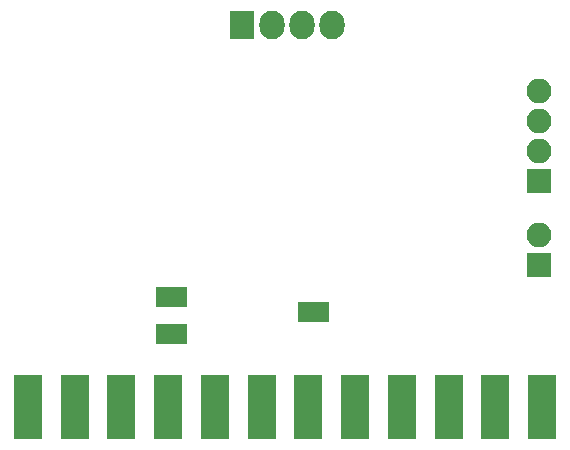
<source format=gbs>
G04 #@! TF.FileFunction,Soldermask,Bot*
%FSLAX46Y46*%
G04 Gerber Fmt 4.6, Leading zero omitted, Abs format (unit mm)*
G04 Created by KiCad (PCBNEW 4.0.6) date Sat Aug  5 17:49:28 2017*
%MOMM*%
%LPD*%
G01*
G04 APERTURE LIST*
%ADD10C,0.100000*%
%ADD11R,2.127200X2.432000*%
%ADD12O,2.127200X2.432000*%
%ADD13R,1.370000X1.670000*%
%ADD14R,2.100000X2.100000*%
%ADD15O,2.100000X2.100000*%
%ADD16R,2.400000X5.400000*%
G04 APERTURE END LIST*
D10*
D11*
X82804000Y-110998000D03*
D12*
X85344000Y-110998000D03*
X87884000Y-110998000D03*
X90424000Y-110998000D03*
D13*
X77475000Y-133985000D03*
X76195000Y-133985000D03*
X88240000Y-135255000D03*
X89520000Y-135255000D03*
X77475000Y-137160000D03*
X76195000Y-137160000D03*
D14*
X107950000Y-124206000D03*
D15*
X107950000Y-121666000D03*
X107950000Y-119126000D03*
X107950000Y-116586000D03*
D14*
X107950000Y-131318000D03*
D15*
X107950000Y-128778000D03*
D16*
X108215000Y-143360000D03*
X104255000Y-143360000D03*
X100295000Y-143360000D03*
X96335000Y-143360000D03*
X92375000Y-143360000D03*
X88415000Y-143360000D03*
X84455000Y-143360000D03*
X80495000Y-143360000D03*
X76535000Y-143360000D03*
X72575000Y-143360000D03*
X68615000Y-143360000D03*
X64655000Y-143360000D03*
M02*

</source>
